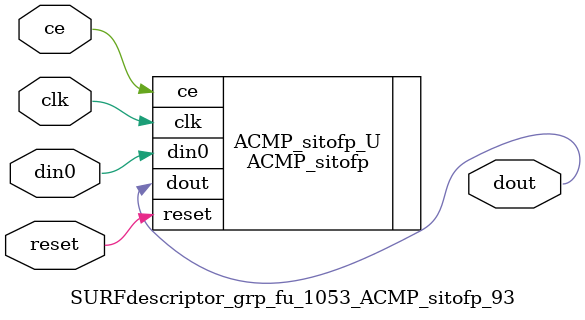
<source format=v>

`timescale 1 ns / 1 ps
module SURFdescriptor_grp_fu_1053_ACMP_sitofp_93(
    clk,
    reset,
    ce,
    din0,
    dout);

parameter ID = 32'd1;
parameter NUM_STAGE = 32'd1;
parameter din0_WIDTH = 32'd1;
parameter dout_WIDTH = 32'd1;
input clk;
input reset;
input ce;
input[din0_WIDTH - 1:0] din0;
output[dout_WIDTH - 1:0] dout;



ACMP_sitofp #(
.ID( ID ),
.NUM_STAGE( 4 ),
.din0_WIDTH( din0_WIDTH ),
.dout_WIDTH( dout_WIDTH ))
ACMP_sitofp_U(
    .clk( clk ),
    .reset( reset ),
    .ce( ce ),
    .din0( din0 ),
    .dout( dout ));

endmodule

</source>
